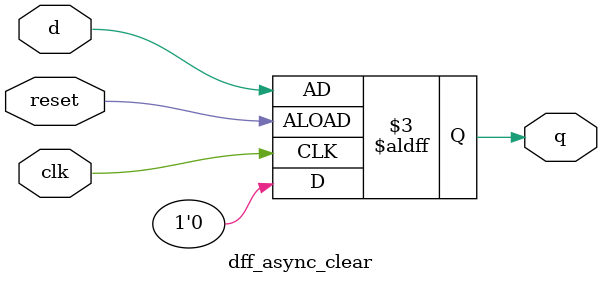
<source format=v>
module dff_async_clear(q, d, clk, reset);
        input d, clk, reset;
        output q;
        reg q;

        always @(posedge reset or negedge clk) begin
            if(!reset) q <= 1'b0;
            else q <=d;
        end

endmodule
</source>
